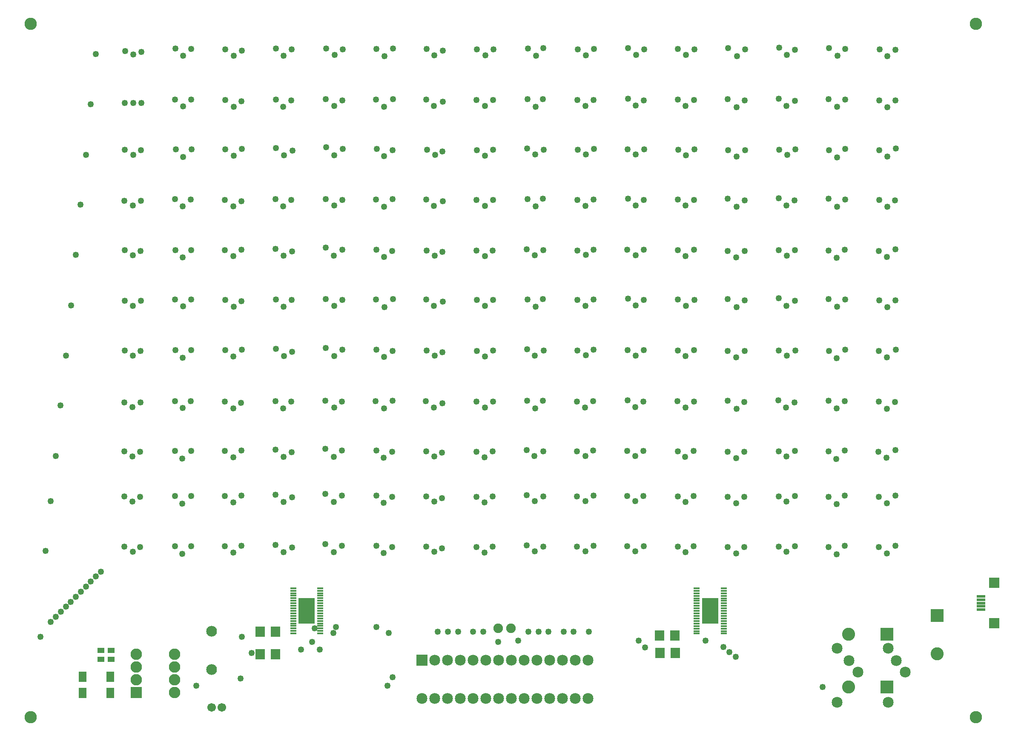
<source format=gbs>
G04 MADE WITH FRITZING*
G04 WWW.FRITZING.ORG*
G04 DOUBLE SIDED*
G04 HOLES PLATED*
G04 CONTOUR ON CENTER OF CONTOUR VECTOR*
%ASAXBY*%
%FSLAX23Y23*%
%MOIN*%
%OFA0B0*%
%SFA1.0B1.0*%
%ADD10C,0.049370*%
%ADD11C,0.085000*%
%ADD12C,0.089370*%
%ADD13C,0.075000*%
%ADD14C,0.102000*%
%ADD15C,0.084000*%
%ADD16C,0.067000*%
%ADD17C,0.096614*%
%ADD18R,0.085000X0.085000*%
%ADD19R,0.089370X0.089370*%
%ADD20R,0.128110X0.198976*%
%ADD21R,0.049370X0.018268*%
%ADD22R,0.061181X0.084803*%
%ADD23R,0.057244X0.041496*%
%ADD24R,0.072992X0.084803*%
%ADD25R,0.102000X0.102000*%
%ADD26R,0.065118X0.023779*%
%ADD27R,0.084803X0.080866*%
%LNMASK0*%
G90*
G70*
G54D10*
X966Y5470D03*
X961Y1589D03*
X1030Y5443D03*
X1092Y5464D03*
X1085Y1585D03*
X6998Y5482D03*
X6935Y5430D03*
X6872Y5484D03*
X6866Y1585D03*
X6929Y1536D03*
X6996Y1596D03*
X6605Y5488D03*
X6599Y1595D03*
X6542Y5433D03*
X6536Y1529D03*
X6477Y5493D03*
X6474Y1586D03*
X6209Y1590D03*
X6211Y5480D03*
X6145Y1548D03*
X6082Y1588D03*
X6086Y5497D03*
X6146Y5440D03*
X5819Y5483D03*
X5757Y5430D03*
X5687Y5493D03*
X5683Y1585D03*
X5749Y1534D03*
X5815Y1585D03*
X5424Y5486D03*
X5418Y1592D03*
X5352Y1544D03*
X5293Y1588D03*
X5295Y5489D03*
X5358Y5440D03*
X5030Y5484D03*
X4966Y5442D03*
X4905Y5496D03*
X4897Y1592D03*
X4961Y1550D03*
X5026Y1592D03*
X4636Y5488D03*
X4632Y1593D03*
X4571Y1551D03*
X4505Y1587D03*
X4509Y5486D03*
X4572Y5439D03*
X4240Y5493D03*
X4183Y5434D03*
X4119Y5491D03*
X4109Y1597D03*
X4172Y1550D03*
X4240Y1588D03*
X3850Y5486D03*
X3844Y1587D03*
X3781Y1542D03*
X3716Y1585D03*
X3721Y5486D03*
X3787Y5439D03*
X3455Y5473D03*
X3447Y1576D03*
X3387Y5439D03*
X3326Y5488D03*
X3325Y1587D03*
X3388Y1547D03*
X3064Y5492D03*
X3056Y1584D03*
X2997Y5431D03*
X2991Y1538D03*
X2933Y5488D03*
X2932Y1595D03*
X2669Y5484D03*
X2606Y5441D03*
X2539Y5492D03*
X2535Y1608D03*
X2600Y1545D03*
X2665Y1595D03*
X2270Y5484D03*
X2207Y5433D03*
X2148Y5490D03*
X2272Y1580D03*
X2207Y1545D03*
X2144Y1601D03*
X1879Y5475D03*
X1877Y1595D03*
X1818Y5433D03*
X1812Y1542D03*
X1751Y5486D03*
X1747Y1591D03*
X1482Y1591D03*
X1484Y5488D03*
X1421Y5435D03*
X1415Y1532D03*
X1358Y1591D03*
X1360Y5490D03*
X1026Y1549D03*
X960Y2719D03*
X963Y3515D03*
X961Y4299D03*
X964Y5065D03*
X963Y3125D03*
X960Y2336D03*
X962Y3910D03*
X965Y4699D03*
X1028Y3476D03*
X1025Y2680D03*
X1027Y4261D03*
X1029Y5066D03*
X1091Y3515D03*
X1088Y2718D03*
X1089Y4299D03*
X1092Y5065D03*
X1085Y2332D03*
X1088Y3121D03*
X1086Y3906D03*
X1089Y4695D03*
X6996Y3517D03*
X6993Y2721D03*
X6995Y4302D03*
X6996Y5084D03*
X6931Y2669D03*
X6933Y3465D03*
X6932Y4250D03*
X6933Y5032D03*
X6871Y3519D03*
X6868Y2723D03*
X6869Y4304D03*
X6870Y5086D03*
X6868Y3121D03*
X6865Y2332D03*
X6867Y3906D03*
X6870Y4695D03*
X6931Y3072D03*
X6928Y2283D03*
X6930Y3857D03*
X6933Y4646D03*
X6999Y3132D03*
X6996Y2343D03*
X6997Y3918D03*
X7000Y4707D03*
X6603Y3523D03*
X6600Y2727D03*
X6602Y4308D03*
X6603Y5090D03*
X6599Y2342D03*
X6602Y3131D03*
X6600Y3916D03*
X6603Y4705D03*
X6540Y3468D03*
X6538Y2671D03*
X6539Y4252D03*
X6540Y5034D03*
X6538Y3065D03*
X6535Y2276D03*
X6537Y3850D03*
X6540Y4639D03*
X6473Y2732D03*
X6475Y3528D03*
X6474Y4313D03*
X6475Y5095D03*
X6477Y3122D03*
X6474Y2333D03*
X6475Y3907D03*
X6478Y4696D03*
X6209Y2337D03*
X6212Y3126D03*
X6210Y3912D03*
X6213Y4701D03*
X6209Y3515D03*
X6206Y2719D03*
X6208Y4300D03*
X6209Y5082D03*
X6147Y3084D03*
X6144Y2295D03*
X6146Y3869D03*
X6149Y4658D03*
X6082Y2335D03*
X6084Y3124D03*
X6083Y3910D03*
X6086Y4699D03*
X6081Y2736D03*
X6084Y3533D03*
X6083Y4317D03*
X6084Y5099D03*
X6141Y2679D03*
X6144Y3475D03*
X6143Y4260D03*
X6144Y5042D03*
X5814Y2721D03*
X5817Y3518D03*
X5816Y4302D03*
X5817Y5084D03*
X5752Y2669D03*
X5755Y3465D03*
X5754Y4250D03*
X5754Y5032D03*
X5685Y3528D03*
X5683Y2732D03*
X5684Y4313D03*
X5685Y5095D03*
X5683Y2332D03*
X5685Y3121D03*
X5684Y3906D03*
X5687Y4695D03*
X5751Y3070D03*
X5749Y2281D03*
X5750Y3856D03*
X5753Y4645D03*
X5814Y2332D03*
X5817Y3121D03*
X5816Y3906D03*
X5819Y4695D03*
X5422Y3521D03*
X5419Y2725D03*
X5421Y4306D03*
X5421Y5088D03*
X5417Y2339D03*
X5420Y3128D03*
X5419Y3913D03*
X5422Y4702D03*
X5354Y3081D03*
X5351Y2291D03*
X5353Y3866D03*
X5356Y4655D03*
X5292Y2335D03*
X5295Y3124D03*
X5294Y3910D03*
X5297Y4699D03*
X5293Y3525D03*
X5290Y2728D03*
X5292Y4309D03*
X5293Y5091D03*
X5353Y2679D03*
X5356Y3476D03*
X5355Y4260D03*
X5355Y5042D03*
X5028Y3520D03*
X5025Y2723D03*
X5027Y4304D03*
X5027Y5086D03*
X4961Y2681D03*
X4964Y3477D03*
X4963Y4262D03*
X4963Y5044D03*
X4903Y3531D03*
X4900Y2735D03*
X4902Y4316D03*
X4902Y5098D03*
X4897Y2339D03*
X4899Y3128D03*
X4898Y3913D03*
X4901Y4702D03*
X4961Y2297D03*
X4964Y3086D03*
X4963Y3871D03*
X4965Y4660D03*
X5025Y2339D03*
X5028Y3128D03*
X5027Y3913D03*
X5030Y4702D03*
X4634Y3523D03*
X4631Y2727D03*
X4633Y4307D03*
X4634Y5089D03*
X4631Y2340D03*
X4634Y3130D03*
X4633Y3915D03*
X4636Y4704D03*
X4570Y2298D03*
X4573Y3087D03*
X4572Y3873D03*
X4575Y4662D03*
X4507Y3123D03*
X4504Y2334D03*
X4506Y3908D03*
X4509Y4697D03*
X4504Y2725D03*
X4507Y3521D03*
X4506Y4306D03*
X4507Y5088D03*
X4570Y3474D03*
X4567Y2678D03*
X4569Y4258D03*
X4569Y5040D03*
X4236Y2732D03*
X4238Y3528D03*
X4237Y4313D03*
X4238Y5095D03*
X4178Y2672D03*
X4181Y3469D03*
X4180Y4253D03*
X4180Y5035D03*
X4117Y3526D03*
X4114Y2730D03*
X4116Y4311D03*
X4116Y5093D03*
X4109Y2344D03*
X4112Y3133D03*
X4111Y3918D03*
X4113Y4707D03*
X4171Y2297D03*
X4174Y3086D03*
X4173Y3871D03*
X4176Y4660D03*
X4239Y2335D03*
X4242Y3124D03*
X4241Y3910D03*
X4244Y4699D03*
X3848Y3522D03*
X3846Y2725D03*
X3847Y4306D03*
X3848Y5088D03*
X3847Y3123D03*
X3844Y2334D03*
X3845Y3909D03*
X3848Y4698D03*
X3784Y3078D03*
X3781Y2289D03*
X3782Y3863D03*
X3785Y4652D03*
X3719Y3122D03*
X3716Y2332D03*
X3718Y3907D03*
X3720Y4696D03*
X3716Y2725D03*
X3719Y3522D03*
X3718Y4306D03*
X3718Y5088D03*
X3785Y3474D03*
X3783Y2677D03*
X3784Y4258D03*
X3785Y5040D03*
X3453Y3508D03*
X3451Y2712D03*
X3452Y4293D03*
X3453Y5075D03*
X3450Y3112D03*
X3447Y2323D03*
X3449Y3897D03*
X3451Y4686D03*
X3382Y2677D03*
X3385Y3474D03*
X3384Y4258D03*
X3384Y5040D03*
X3324Y3523D03*
X3321Y2727D03*
X3323Y4308D03*
X3323Y5090D03*
X3328Y3123D03*
X3325Y2334D03*
X3326Y3909D03*
X3329Y4698D03*
X3391Y3083D03*
X3388Y2294D03*
X3389Y3869D03*
X3392Y4658D03*
X3062Y3527D03*
X3060Y2731D03*
X3061Y4312D03*
X3062Y5094D03*
X3059Y3120D03*
X3056Y2331D03*
X3057Y3905D03*
X3060Y4694D03*
X2996Y3466D03*
X2993Y2670D03*
X2994Y4251D03*
X2995Y5033D03*
X2994Y3074D03*
X2991Y2285D03*
X2992Y3859D03*
X2995Y4648D03*
X2928Y2727D03*
X2931Y3523D03*
X2930Y4308D03*
X2930Y5090D03*
X2932Y2342D03*
X2934Y3131D03*
X2933Y3916D03*
X2936Y4705D03*
X2665Y2723D03*
X2667Y3520D03*
X2666Y4304D03*
X2667Y5086D03*
X2602Y2679D03*
X2604Y3476D03*
X2603Y4260D03*
X2604Y5042D03*
X2535Y2731D03*
X2538Y3527D03*
X2536Y4312D03*
X2537Y5094D03*
X2538Y3144D03*
X2535Y2355D03*
X2536Y3930D03*
X2539Y4719D03*
X2602Y3081D03*
X2600Y2292D03*
X2601Y3867D03*
X2604Y4656D03*
X2667Y3131D03*
X2665Y2342D03*
X2666Y3916D03*
X2669Y4705D03*
X2266Y2723D03*
X2269Y3520D03*
X2267Y4304D03*
X2268Y5086D03*
X2206Y3468D03*
X2203Y2672D03*
X2204Y4253D03*
X2205Y5035D03*
X2146Y3525D03*
X2144Y2729D03*
X2145Y4310D03*
X2146Y5092D03*
X2274Y3116D03*
X2271Y2327D03*
X2273Y3901D03*
X2276Y4690D03*
X2209Y3081D03*
X2207Y2292D03*
X2208Y3867D03*
X2211Y4656D03*
X2146Y3137D03*
X2144Y2348D03*
X2145Y3922D03*
X2148Y4711D03*
X1877Y3510D03*
X1875Y2714D03*
X1876Y4295D03*
X1877Y5077D03*
X1879Y3131D03*
X1876Y2342D03*
X1878Y3916D03*
X1881Y4705D03*
X1814Y2672D03*
X1816Y3468D03*
X1815Y4253D03*
X1816Y5035D03*
X1814Y3078D03*
X1812Y2289D03*
X1813Y3863D03*
X1816Y4652D03*
X1747Y2725D03*
X1750Y3522D03*
X1748Y4306D03*
X1749Y5088D03*
X1747Y2338D03*
X1750Y3127D03*
X1748Y3912D03*
X1751Y4702D03*
X1482Y2338D03*
X1484Y3127D03*
X1483Y3912D03*
X1486Y4702D03*
X1480Y2727D03*
X1482Y3523D03*
X1481Y4308D03*
X1482Y5090D03*
X1419Y3470D03*
X1417Y2674D03*
X1418Y4255D03*
X1419Y5037D03*
X1418Y3068D03*
X1415Y2279D03*
X1416Y3853D03*
X1419Y4642D03*
X1360Y3127D03*
X1357Y2338D03*
X1359Y3912D03*
X1362Y4702D03*
X1358Y3525D03*
X1356Y2729D03*
X1357Y4310D03*
X1358Y5092D03*
X1025Y2296D03*
X1028Y3085D03*
X1027Y3870D03*
X1030Y4659D03*
X961Y1982D03*
X1085Y1978D03*
X6866Y1978D03*
X6929Y1929D03*
X6996Y1989D03*
X6599Y1988D03*
X6536Y1922D03*
X6474Y1979D03*
X6209Y1984D03*
X6144Y1941D03*
X6082Y1982D03*
X5683Y1978D03*
X5749Y1928D03*
X5815Y1978D03*
X5418Y1985D03*
X5352Y1938D03*
X5292Y1982D03*
X4897Y1985D03*
X4961Y1943D03*
X5025Y1985D03*
X4632Y1987D03*
X4571Y1944D03*
X4505Y1980D03*
X4109Y1990D03*
X4172Y1943D03*
X4239Y1982D03*
X3844Y1981D03*
X3781Y1935D03*
X3716Y1979D03*
X3447Y1969D03*
X3325Y1981D03*
X3388Y1940D03*
X3056Y1977D03*
X2991Y1931D03*
X2932Y1988D03*
X2535Y2002D03*
X2600Y1939D03*
X2665Y1988D03*
X2272Y1973D03*
X2207Y1939D03*
X2144Y1994D03*
X1877Y1988D03*
X1812Y1935D03*
X1747Y1984D03*
X1482Y1984D03*
X1415Y1925D03*
X1358Y1984D03*
X1025Y1942D03*
G54D11*
X3291Y699D03*
X3291Y399D03*
X3391Y699D03*
X3391Y399D03*
X3491Y699D03*
X3491Y399D03*
X3591Y699D03*
X3591Y399D03*
X3691Y699D03*
X3691Y399D03*
X3791Y699D03*
X3791Y399D03*
X3891Y699D03*
X3891Y399D03*
X3991Y699D03*
X3991Y399D03*
X4091Y699D03*
X4091Y399D03*
X4191Y699D03*
X4191Y399D03*
X4291Y699D03*
X4291Y399D03*
X4391Y699D03*
X4391Y399D03*
X4491Y699D03*
X4491Y399D03*
X4591Y699D03*
X4591Y399D03*
X3291Y699D03*
X3291Y399D03*
X3391Y699D03*
X3391Y399D03*
X3491Y699D03*
X3491Y399D03*
X3591Y699D03*
X3591Y399D03*
X3691Y699D03*
X3691Y399D03*
X3791Y699D03*
X3791Y399D03*
X3891Y699D03*
X3891Y399D03*
X3991Y699D03*
X3991Y399D03*
X4091Y699D03*
X4091Y399D03*
X4191Y699D03*
X4191Y399D03*
X4291Y699D03*
X4291Y399D03*
X4391Y699D03*
X4391Y399D03*
X4491Y699D03*
X4491Y399D03*
X4591Y699D03*
X4591Y399D03*
G54D12*
X1053Y444D03*
X1353Y444D03*
X1053Y544D03*
X1353Y544D03*
X1053Y644D03*
X1353Y644D03*
X1053Y744D03*
X1353Y744D03*
X1053Y444D03*
X1353Y444D03*
X1053Y544D03*
X1353Y544D03*
X1053Y644D03*
X1353Y644D03*
X1053Y744D03*
X1353Y744D03*
G54D10*
X3887Y841D03*
X2430Y842D03*
X2490Y782D03*
X3031Y910D03*
X2598Y910D03*
X2933Y959D03*
X2618Y959D03*
X3021Y497D03*
X5510Y851D03*
X5649Y802D03*
X4045Y851D03*
X3061Y565D03*
X1525Y497D03*
X5698Y762D03*
X5748Y723D03*
X777Y1392D03*
X738Y1353D03*
X659Y1274D03*
X698Y1314D03*
X620Y1235D03*
X580Y1195D03*
X541Y1156D03*
X502Y1117D03*
X462Y1077D03*
X423Y1038D03*
X383Y999D03*
X345Y1555D03*
X383Y1945D03*
X424Y2297D03*
X461Y2693D03*
X502Y3086D03*
X543Y3478D03*
X581Y3875D03*
X617Y4267D03*
X659Y4659D03*
X698Y5055D03*
X738Y5449D03*
X3415Y920D03*
X3494Y920D03*
X3572Y920D03*
X3691Y920D03*
X3769Y920D03*
X4124Y920D03*
X4202Y920D03*
X4281Y920D03*
X4399Y920D03*
X4478Y920D03*
X4596Y920D03*
X305Y880D03*
G54D13*
X3987Y949D03*
X3887Y949D03*
X3987Y949D03*
X3887Y949D03*
X3987Y949D03*
X3887Y949D03*
G54D10*
X1870Y556D03*
X2342Y782D03*
X2450Y949D03*
X1958Y753D03*
X5037Y799D03*
X4986Y852D03*
X1880Y882D03*
G54D14*
X6929Y900D03*
X6629Y900D03*
X6929Y900D03*
X6629Y900D03*
X7322Y1048D03*
X7322Y748D03*
X7322Y1048D03*
X7322Y748D03*
X6929Y487D03*
X6629Y487D03*
X6929Y487D03*
X6629Y487D03*
G54D11*
X6939Y792D03*
X6539Y792D03*
X6939Y792D03*
X6539Y792D03*
X6939Y369D03*
X6539Y369D03*
X6939Y369D03*
X6539Y369D03*
X6633Y693D03*
X7003Y693D03*
X6633Y693D03*
X7003Y693D03*
X6633Y693D03*
X7003Y693D03*
X6702Y605D03*
X7072Y605D03*
X6702Y605D03*
X7072Y605D03*
X6702Y605D03*
X7072Y605D03*
G54D10*
X6427Y487D03*
G54D15*
X1643Y625D03*
X1643Y925D03*
X1643Y625D03*
X1643Y925D03*
X1643Y625D03*
X1643Y925D03*
G54D16*
X1722Y329D03*
X1643Y329D03*
X1722Y329D03*
X1643Y329D03*
X1722Y329D03*
X1643Y329D03*
G54D17*
X7628Y251D03*
X226Y251D03*
X7628Y5684D03*
X226Y5684D03*
G54D18*
X3291Y699D03*
X3291Y699D03*
G54D19*
X1053Y444D03*
X1053Y444D03*
G54D20*
X2388Y1085D03*
G54D21*
X2495Y947D03*
X2495Y1006D03*
X2495Y927D03*
X2495Y908D03*
X2495Y986D03*
X2495Y967D03*
X2495Y1183D03*
X2495Y1242D03*
X2495Y1163D03*
X2495Y1144D03*
X2495Y1222D03*
X2495Y1203D03*
X2495Y1065D03*
X2495Y1124D03*
X2495Y1045D03*
X2495Y1026D03*
X2495Y1104D03*
X2495Y1085D03*
X2495Y1262D03*
X2282Y947D03*
X2282Y1006D03*
X2282Y927D03*
X2282Y908D03*
X2282Y986D03*
X2282Y967D03*
X2282Y1183D03*
X2282Y1242D03*
X2282Y1163D03*
X2282Y1144D03*
X2282Y1222D03*
X2282Y1203D03*
X2282Y1065D03*
X2282Y1124D03*
X2282Y1045D03*
X2282Y1026D03*
X2282Y1104D03*
X2282Y1085D03*
X2282Y1262D03*
G54D20*
X2388Y1085D03*
G54D21*
X2495Y947D03*
X2495Y1006D03*
X2495Y927D03*
X2495Y908D03*
X2495Y986D03*
X2495Y967D03*
X2495Y1183D03*
X2495Y1242D03*
X2495Y1163D03*
X2495Y1144D03*
X2495Y1222D03*
X2495Y1203D03*
X2495Y1065D03*
X2495Y1124D03*
X2495Y1045D03*
X2495Y1026D03*
X2495Y1104D03*
X2495Y1085D03*
X2495Y1262D03*
X2282Y947D03*
X2282Y1006D03*
X2282Y927D03*
X2282Y908D03*
X2282Y986D03*
X2282Y967D03*
X2282Y1183D03*
X2282Y1242D03*
X2282Y1163D03*
X2282Y1144D03*
X2282Y1222D03*
X2282Y1203D03*
X2282Y1065D03*
X2282Y1124D03*
X2282Y1045D03*
X2282Y1026D03*
X2282Y1104D03*
X2282Y1085D03*
X2282Y1262D03*
G54D20*
X5547Y1084D03*
G54D21*
X5653Y946D03*
X5653Y1005D03*
X5653Y926D03*
X5653Y907D03*
X5653Y985D03*
X5653Y966D03*
X5653Y1182D03*
X5653Y1241D03*
X5653Y1163D03*
X5653Y1143D03*
X5653Y1222D03*
X5653Y1202D03*
X5653Y1064D03*
X5653Y1123D03*
X5653Y1044D03*
X5653Y1025D03*
X5653Y1103D03*
X5653Y1084D03*
X5653Y1261D03*
X5441Y946D03*
X5441Y1005D03*
X5441Y926D03*
X5441Y907D03*
X5441Y985D03*
X5441Y966D03*
X5441Y1182D03*
X5441Y1241D03*
X5441Y1163D03*
X5441Y1143D03*
X5441Y1222D03*
X5441Y1202D03*
X5441Y1064D03*
X5441Y1123D03*
X5441Y1044D03*
X5441Y1025D03*
X5441Y1103D03*
X5441Y1084D03*
X5441Y1261D03*
G54D20*
X5547Y1084D03*
G54D21*
X5653Y946D03*
X5653Y1005D03*
X5653Y926D03*
X5653Y907D03*
X5653Y985D03*
X5653Y966D03*
X5653Y1182D03*
X5653Y1241D03*
X5653Y1163D03*
X5653Y1143D03*
X5653Y1222D03*
X5653Y1202D03*
X5653Y1064D03*
X5653Y1123D03*
X5653Y1044D03*
X5653Y1025D03*
X5653Y1103D03*
X5653Y1084D03*
X5653Y1261D03*
X5441Y946D03*
X5441Y1005D03*
X5441Y926D03*
X5441Y907D03*
X5441Y985D03*
X5441Y966D03*
X5441Y1182D03*
X5441Y1241D03*
X5441Y1163D03*
X5441Y1143D03*
X5441Y1222D03*
X5441Y1202D03*
X5441Y1064D03*
X5441Y1123D03*
X5441Y1044D03*
X5441Y1025D03*
X5441Y1103D03*
X5441Y1084D03*
X5441Y1261D03*
G54D22*
X851Y442D03*
X634Y442D03*
X851Y568D03*
X634Y568D03*
X851Y442D03*
X634Y442D03*
X851Y568D03*
X634Y568D03*
G54D23*
X856Y703D03*
X856Y774D03*
X777Y703D03*
X777Y774D03*
G54D24*
X2145Y920D03*
X2023Y920D03*
X2145Y743D03*
X2023Y743D03*
X5271Y892D03*
X5149Y892D03*
X5275Y753D03*
X5153Y753D03*
G54D25*
X6929Y900D03*
X6929Y900D03*
X7322Y1048D03*
X7322Y1048D03*
X6929Y487D03*
X6929Y487D03*
G54D26*
X7667Y1197D03*
X7667Y1095D03*
X7667Y1172D03*
X7667Y1146D03*
X7667Y1121D03*
G54D27*
X7771Y1304D03*
X7771Y989D03*
G04 End of Mask0*
M02*
</source>
